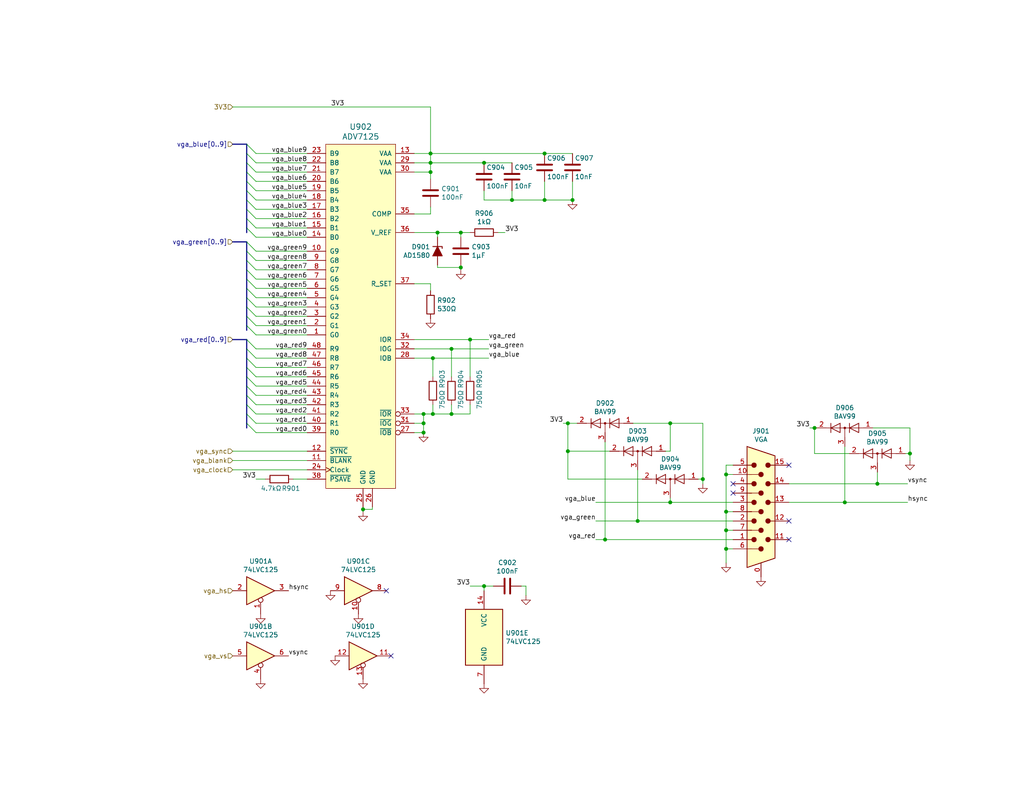
<source format=kicad_sch>
(kicad_sch (version 20211123) (generator eeschema)
  (paper "A")
  (title_block (title "VGA Interface") (date "2022-01-11") (rev "${Version}") (company "RetroComputing Reproductions"))
  (lib_symbols
    (symbol "74xx:74LVC125" (pin_names (offset 1.016))
      (property "Reference" "U" (at 0 1.27 0))
      (property "Value" "74xx_74LVC125" (at 0 -1.27 0))
      (symbol "74LVC125_1_0"
        (polyline (pts (xy -3.81 3.81) (xy -3.81 -3.81) (xy 3.81 0) (xy -3.81 3.81)) (stroke (width 0.254)) (fill (type background)))
        (pin input inverted (at 0 -6.35 90) (length 4.445) (name "~") (number "1"))
        (pin input line (at -7.62 0 0) (length 3.81) (name "~") (number "2"))
        (pin tri_state line (at 7.62 0 180) (length 3.81) (name "~") (number "3"))
      )
      (symbol "74LVC125_2_0"
        (polyline (pts (xy -3.81 3.81) (xy -3.81 -3.81) (xy 3.81 0) (xy -3.81 3.81)) (stroke (width 0.254)) (fill (type background)))
        (pin input inverted (at 0 -6.35 90) (length 4.445) (name "~") (number "4"))
        (pin input line (at -7.62 0 0) (length 3.81) (name "~") (number "5"))
        (pin tri_state line (at 7.62 0 180) (length 3.81) (name "~") (number "6"))
      )
      (symbol "74LVC125_3_0"
        (polyline (pts (xy -3.81 3.81) (xy -3.81 -3.81) (xy 3.81 0) (xy -3.81 3.81)) (stroke (width 0.254)) (fill (type background)))
        (pin input inverted (at 0 -6.35 90) (length 4.445) (name "~") (number "10"))
        (pin tri_state line (at 7.62 0 180) (length 3.81) (name "~") (number "8"))
        (pin input line (at -7.62 0 0) (length 3.81) (name "~") (number "9"))
      )
      (symbol "74LVC125_4_0"
        (polyline (pts (xy -3.81 3.81) (xy -3.81 -3.81) (xy 3.81 0) (xy -3.81 3.81)) (stroke (width 0.254)) (fill (type background)))
        (pin tri_state line (at 7.62 0 180) (length 3.81) (name "~") (number "11"))
        (pin input line (at -7.62 0 0) (length 3.81) (name "~") (number "12"))
        (pin input inverted (at 0 -6.35 90) (length 4.445) (name "~") (number "13"))
      )
      (symbol "74LVC125_5_0"
        (pin power_in line (at 0 12.7 270) (length 5.08) (name "VCC") (number "14"))
        (pin power_in line (at 0 -12.7 90) (length 5.08) (name "GND") (number "7"))
      )
      (symbol "74LVC125_5_1"
        (rectangle (start -5.08 7.62) (end 5.08 -7.62) (stroke (width 0.254)) (fill (type background)))
      )
    )
    (symbol "Connector:DB15_Male_HighDensity_MountingHoles" (pin_names (offset 1.016) hide)
      (property "Reference" "J" (at 0 21.59 0))
      (property "Value" "Connector_DB15_Male_HighDensity_MountingHoles" (at 0 19.05 0))
      (symbol "DB15_Male_HighDensity_MountingHoles_0_1"
        (circle (center -1.905 -7.62) (radius 0.635) (fill (type outline)))
        (circle (center -1.905 -2.54) (radius 0.635) (fill (type outline)))
        (circle (center -1.905 2.54) (radius 0.635) (fill (type outline)))
        (circle (center -1.905 7.62) (radius 0.635) (fill (type outline)))
        (circle (center -1.905 12.7) (radius 0.635) (fill (type outline)))
        (circle (center 0 -10.16) (radius 0.635) (fill (type outline)))
        (circle (center 0 -5.08) (radius 0.635) (fill (type outline)))
        (polyline (pts (xy -3.175 -5.08) (xy -0.635 -5.08)))
        (polyline (pts (xy -0.635 -10.16) (xy -3.175 -10.16)))
        (polyline (pts (xy -0.635 0) (xy -3.175 0)))
        (polyline (pts (xy -0.635 5.08) (xy -3.175 5.08)))
        (polyline (pts (xy -0.635 10.16) (xy -3.175 10.16)))
        (polyline (pts (xy -3.81 17.78) (xy -3.81 -15.24) (xy 3.81 -12.7) (xy 3.81 15.24) (xy -3.81 17.78)) (stroke (width 0.254)) (fill (type background)))
        (circle (center 0 0) (radius 0.635) (fill (type outline)))
        (circle (center 0 5.08) (radius 0.635) (fill (type outline)))
        (circle (center 0 10.16) (radius 0.635) (fill (type outline)))
        (circle (center 1.905 -7.62) (radius 0.635) (fill (type outline)))
        (circle (center 1.905 -2.54) (radius 0.635) (fill (type outline)))
        (circle (center 1.905 2.54) (radius 0.635) (fill (type outline)))
        (circle (center 1.905 7.62) (radius 0.635) (fill (type outline)))
        (circle (center 1.905 12.7) (radius 0.635) (fill (type outline)))
      )
      (symbol "DB15_Male_HighDensity_MountingHoles_1_1"
        (pin passive line (at 0 -17.78 90) (length 3.81) (name "~") (number "0"))
        (pin passive line (at -7.62 -7.62 0) (length 5.08) (name "~") (number "1"))
        (pin passive line (at -7.62 10.16 0) (length 5.08) (name "~") (number "10"))
        (pin passive line (at 7.62 -7.62 180) (length 5.08) (name "~") (number "11"))
        (pin passive line (at 7.62 -2.54 180) (length 5.08) (name "~") (number "12"))
        (pin passive line (at 7.62 2.54 180) (length 5.08) (name "~") (number "13"))
        (pin passive line (at 7.62 7.62 180) (length 5.08) (name "~") (number "14"))
        (pin passive line (at 7.62 12.7 180) (length 5.08) (name "~") (number "15"))
        (pin passive line (at -7.62 -2.54 0) (length 5.08) (name "~") (number "2"))
        (pin passive line (at -7.62 2.54 0) (length 5.08) (name "~") (number "3"))
        (pin passive line (at -7.62 7.62 0) (length 5.08) (name "~") (number "4"))
        (pin passive line (at -7.62 12.7 0) (length 5.08) (name "~") (number "5"))
        (pin passive line (at -7.62 -10.16 0) (length 5.08) (name "~") (number "6"))
        (pin passive line (at -7.62 -5.08 0) (length 5.08) (name "~") (number "7"))
        (pin passive line (at -7.62 0 0) (length 5.08) (name "~") (number "8"))
        (pin passive line (at -7.62 5.08 0) (length 5.08) (name "~") (number "9"))
      )
    )
    (symbol "Device:C" (pin_numbers hide) (pin_names (offset 0.254))
      (property "Reference" "C" (at 0.635 2.54 0))
      (property "Value" "Device_C" (at 0.635 -2.54 0))
      (symbol "C_0_1"
        (polyline (pts (xy -2.032 -0.762) (xy 2.032 -0.762)) (stroke (width 0.508)))
        (polyline (pts (xy -2.032 0.762) (xy 2.032 0.762)) (stroke (width 0.508)))
      )
      (symbol "C_1_1"
        (pin passive line (at 0 3.81 270) (length 2.794) (name "~") (number "1"))
        (pin passive line (at 0 -3.81 90) (length 2.794) (name "~") (number "2"))
      )
    )
    (symbol "Device:D_Zener_ALT" (pin_numbers hide) (pin_names (offset 1.016) hide)
      (property "Reference" "D" (at 0 2.54 0))
      (property "Value" "Device_D_Zener_ALT" (at 0 -2.54 0))
      (symbol "D_Zener_ALT_0_1"
        (polyline (pts (xy 1.27 0) (xy -1.27 0)))
        (polyline (pts (xy -1.27 -1.27) (xy -1.27 1.27) (xy -0.762 1.27)) (stroke (width 0.254)))
        (polyline (pts (xy 1.27 -1.27) (xy 1.27 1.27) (xy -1.27 0) (xy 1.27 -1.27)) (stroke (width 0.254)) (fill (type outline)))
      )
      (symbol "D_Zener_ALT_1_1"
        (pin passive line (at -3.81 0 0) (length 2.54) (name "K") (number "1"))
        (pin passive line (at 3.81 0 180) (length 2.54) (name "A") (number "2"))
      )
    )
    (symbol "Device:R" (pin_numbers hide) (pin_names (offset 0))
      (property "Reference" "R" (at 2.032 0 90))
      (property "Value" "Device_R" (at 0 0 90))
      (symbol "R_0_1"
        (rectangle (start -1.016 -2.54) (end 1.016 2.54) (stroke (width 0.254)))
      )
      (symbol "R_1_1"
        (pin passive line (at 0 3.81 270) (length 1.27) (name "~") (number "1"))
        (pin passive line (at 0 -3.81 90) (length 1.27) (name "~") (number "2"))
      )
    )
    (symbol "Diode:BAV99" (pin_names hide)
      (property "Reference" "D" (at 0 5.08 0))
      (property "Value" "Diode_BAV99" (at 0 2.54 0))
      (symbol "BAV99_0_1"
        (polyline (pts (xy -5.08 0) (xy 5.08 0)))
      )
      (symbol "BAV99_1_1"
        (polyline (pts (xy 0 0) (xy 0 -2.54)))
        (polyline (pts (xy -1.27 -1.27) (xy -1.27 1.27) (xy -1.27 1.27)) (stroke (width 0.2032)))
        (polyline (pts (xy 3.81 1.27) (xy 3.81 -1.27) (xy 3.81 -1.27)) (stroke (width 0.2032)))
        (polyline (pts (xy -3.81 1.27) (xy -1.27 0) (xy -3.81 -1.27) (xy -3.81 1.27) (xy -3.81 1.27) (xy -3.81 1.27)) (stroke (width 0.2032)))
        (polyline (pts (xy 1.27 1.27) (xy 3.81 0) (xy 1.27 -1.27) (xy 1.27 1.27) (xy 1.27 1.27) (xy 1.27 1.27)) (stroke (width 0.2032)))
        (circle (center 0 0) (radius 0.254) (fill (type outline)))
        (pin passive line (at -7.62 0 0) (length 2.54) (name "K") (number "1"))
        (pin passive line (at 7.62 0 180) (length 2.54) (name "A") (number "2"))
        (pin passive line (at 0 -5.08 90) (length 2.54) (name "K") (number "3"))
      )
    )
    (symbol "myLib:ADV7125" (pin_names (offset 1.016))
      (property "Reference" "U" (at 2.54 57.15 0))
      (property "Value" "myLib_ADV7125" (at 2.54 -40.64 0))
      (symbol "ADV7125_0_1"
        (rectangle (start 0 55.88) (end 19.05 -38.1) (fill (type background)))
      )
      (symbol "ADV7125_1_1"
        (pin input line (at -5.08 3.81 0) (length 5.08) (name "G0") (number "1"))
        (pin input line (at -5.08 26.67 0) (length 5.08) (name "G9") (number "10"))
        (pin input line (at -5.08 -30.48 0) (length 5.08) (name "~{BLANK}") (number "11"))
        (pin input line (at -5.08 -27.94 0) (length 5.08) (name "~{SYNC}") (number "12"))
        (pin power_in line (at 24.13 53.34 180) (length 5.08) (name "VAA") (number "13"))
        (pin input line (at -5.08 30.48 0) (length 5.08) (name "B0") (number "14"))
        (pin input line (at -5.08 33.02 0) (length 5.08) (name "B1") (number "15"))
        (pin input line (at -5.08 35.56 0) (length 5.08) (name "B2") (number "16"))
        (pin input line (at -5.08 38.1 0) (length 5.08) (name "B3") (number "17"))
        (pin input line (at -5.08 40.64 0) (length 5.08) (name "B4") (number "18"))
        (pin input line (at -5.08 43.18 0) (length 5.08) (name "B5") (number "19"))
        (pin input line (at -5.08 6.35 0) (length 5.08) (name "G1") (number "2"))
        (pin input line (at -5.08 45.72 0) (length 5.08) (name "B6") (number "20"))
        (pin input line (at -5.08 48.26 0) (length 5.08) (name "B7") (number "21"))
        (pin input line (at -5.08 50.8 0) (length 5.08) (name "B8") (number "22"))
        (pin input line (at -5.08 53.34 0) (length 5.08) (name "B9") (number "23"))
        (pin input clock (at -5.08 -33.02 0) (length 5.08) (name "Clock") (number "24"))
        (pin power_in line (at 10.16 -43.18 90) (length 5.08) (name "GND") (number "25"))
        (pin power_in line (at 12.7 -43.18 90) (length 5.08) (name "GND") (number "26"))
        (pin output inverted (at 24.13 -22.86 180) (length 5.08) (name "~{IOB}") (number "27"))
        (pin output line (at 24.13 -2.54 180) (length 5.08) (name "IOB") (number "28"))
        (pin power_in line (at 24.13 50.8 180) (length 5.08) (name "VAA") (number "29"))
        (pin input line (at -5.08 8.89 0) (length 5.08) (name "G2") (number "3"))
        (pin power_in line (at 24.13 48.26 180) (length 5.08) (name "VAA") (number "30"))
        (pin output inverted (at 24.13 -20.32 180) (length 5.08) (name "~{IOG}") (number "31"))
        (pin output line (at 24.13 0 180) (length 5.08) (name "IOG") (number "32"))
        (pin output inverted (at 24.13 -17.78 180) (length 5.08) (name "~{IOR}") (number "33"))
        (pin output line (at 24.13 2.54 180) (length 5.08) (name "IOR") (number "34"))
        (pin passive line (at 24.13 36.83 180) (length 5.08) (name "COMP") (number "35"))
        (pin passive line (at 24.13 31.75 180) (length 5.08) (name "V_REF") (number "36"))
        (pin passive line (at 24.13 17.78 180) (length 5.08) (name "R_SET") (number "37"))
        (pin input line (at -5.08 -35.56 0) (length 5.08) (name "~{PSAVE}") (number "38"))
        (pin input line (at -5.08 -22.86 0) (length 5.08) (name "R0") (number "39"))
        (pin input line (at -5.08 11.43 0) (length 5.08) (name "G3") (number "4"))
        (pin input line (at -5.08 -20.32 0) (length 5.08) (name "R1") (number "40"))
        (pin input line (at -5.08 -17.78 0) (length 5.08) (name "R2") (number "41"))
        (pin input line (at -5.08 -15.24 0) (length 5.08) (name "R3") (number "42"))
        (pin input line (at -5.08 -12.7 0) (length 5.08) (name "R4") (number "43"))
        (pin input line (at -5.08 -10.16 0) (length 5.08) (name "R5") (number "44"))
        (pin input line (at -5.08 -7.62 0) (length 5.08) (name "R6") (number "45"))
        (pin input line (at -5.08 -5.08 0) (length 5.08) (name "R7") (number "46"))
        (pin input line (at -5.08 -2.54 0) (length 5.08) (name "R8") (number "47"))
        (pin input line (at -5.08 0 0) (length 5.08) (name "R9") (number "48"))
        (pin input line (at -5.08 13.97 0) (length 5.08) (name "G4") (number "5"))
        (pin input line (at -5.08 16.51 0) (length 5.08) (name "G5") (number "6"))
        (pin input line (at -5.08 19.05 0) (length 5.08) (name "G6") (number "7"))
        (pin input line (at -5.08 21.59 0) (length 5.08) (name "G7") (number "8"))
        (pin input line (at -5.08 24.13 0) (length 5.08) (name "G8") (number "9"))
      )
    )
    (symbol "power:GND" (power) (pin_names (offset 0))
      (property "Value" "power_GND" (at 0 -3.81 0))
      (symbol "GND_0_1"
        (polyline (pts (xy 0 0) (xy 0 -1.27) (xy 1.27 -1.27) (xy 0 -2.54) (xy -1.27 -1.27) (xy 0 -1.27)))
      )
      (symbol "GND_1_1"
        (pin power_in line (at 0 0 270) (length 0) hide (name "GND") (number "1"))
      )
    )
  )
  (junction (at 117.475 41.91))
  (junction (at 198.12 129.54))
  (junction (at 230.505 137.16))
  (junction (at 198.12 139.7))
  (junction (at 165.1 147.32))
  (junction (at 182.88 137.16))
  (junction (at 115.57 113.03))
  (junction (at 125.73 73.025))
  (junction (at 99.06 139.065))
  (junction (at 118.11 113.03))
  (junction (at 182.88 115.57))
  (junction (at 198.12 149.86))
  (junction (at 239.395 132.08))
  (junction (at 115.57 118.11))
  (junction (at 132.08 44.45))
  (junction (at 128.27 92.71))
  (junction (at 148.59 54.61))
  (junction (at 117.475 46.99))
  (junction (at 139.7 54.61))
  (junction (at 154.94 123.19))
  (junction (at 115.57 115.57))
  (junction (at 222.25 116.84))
  (junction (at 132.08 160.02))
  (junction (at 125.73 63.5))
  (junction (at 248.285 123.825))
  (junction (at 173.99 142.24))
  (junction (at 117.475 44.45))
  (junction (at 118.11 97.79))
  (junction (at 123.19 113.03))
  (junction (at 191.77 130.81))
  (junction (at 198.12 144.78))
  (junction (at 148.59 41.91))
  (junction (at 119.38 63.5))
  (junction (at 156.21 54.61))
  (junction (at 154.94 115.57))
  (junction (at 123.19 95.25))
  (no_connect (at 200.025 134.62))
  (no_connect (at 215.265 142.24))
  (no_connect (at 215.265 127))
  (no_connect (at 215.265 147.32))
  (no_connect (at 106.68 179.07))
  (no_connect (at 105.41 161.29))
  (no_connect (at 200.025 132.08))
  (bus_entry (at 67.31 78.74) (size 2.54 2.54))
  (bus_entry (at 67.31 54.61) (size 2.54 2.54))
  (bus_entry (at 67.31 113.03) (size 2.54 2.54))
  (bus_entry (at 67.31 71.12) (size 2.54 2.54))
  (bus_entry (at 67.31 86.36) (size 2.54 2.54))
  (bus_entry (at 67.31 41.91) (size 2.54 2.54))
  (bus_entry (at 67.31 66.04) (size 2.54 2.54))
  (bus_entry (at 67.31 83.82) (size 2.54 2.54))
  (bus_entry (at 67.31 68.58) (size 2.54 2.54))
  (bus_entry (at 67.31 62.23) (size 2.54 2.54))
  (bus_entry (at 67.31 46.99) (size 2.54 2.54))
  (bus_entry (at 67.31 115.57) (size 2.54 2.54))
  (bus_entry (at 67.31 81.28) (size 2.54 2.54))
  (bus_entry (at 67.31 76.2) (size 2.54 2.54))
  (bus_entry (at 67.31 52.07) (size 2.54 2.54))
  (bus_entry (at 67.31 100.33) (size 2.54 2.54))
  (bus_entry (at 67.31 49.53) (size 2.54 2.54))
  (bus_entry (at 67.31 59.69) (size 2.54 2.54))
  (bus_entry (at 67.31 110.49) (size 2.54 2.54))
  (bus_entry (at 67.31 88.9) (size 2.54 2.54))
  (bus_entry (at 67.31 92.71) (size 2.54 2.54))
  (bus_entry (at 67.31 105.41) (size 2.54 2.54))
  (bus_entry (at 67.31 57.15) (size 2.54 2.54))
  (bus_entry (at 67.31 44.45) (size 2.54 2.54))
  (bus_entry (at 67.31 107.95) (size 2.54 2.54))
  (bus_entry (at 67.31 97.79) (size 2.54 2.54))
  (bus_entry (at 67.31 73.66) (size 2.54 2.54))
  (bus_entry (at 67.31 39.37) (size 2.54 2.54))
  (bus_entry (at 67.31 102.87) (size 2.54 2.54))
  (bus_entry (at 67.31 95.25) (size 2.54 2.54))
  (wire (pts (xy 239.395 132.08) (xy 247.65 132.08)))
  (wire (pts (xy 69.85 73.66) (xy 83.82 73.66)))
  (bus (pts (xy 67.31 68.58) (xy 67.31 71.12)))
  (wire (pts (xy 113.03 95.25) (xy 123.19 95.25)))
  (wire (pts (xy 83.82 107.95) (xy 69.85 107.95)))
  (wire (pts (xy 230.505 137.16) (xy 247.65 137.16)))
  (bus (pts (xy 67.31 83.82) (xy 67.31 86.36)))
  (bus (pts (xy 67.31 102.87) (xy 67.31 105.41)))
  (wire (pts (xy 119.38 63.5) (xy 125.73 63.5)))
  (wire (pts (xy 119.38 64.77) (xy 119.38 63.5)))
  (wire (pts (xy 222.885 116.84) (xy 222.25 116.84)))
  (wire (pts (xy 113.03 77.47) (xy 117.475 77.47)))
  (wire (pts (xy 83.82 49.53) (xy 69.85 49.53)))
  (wire (pts (xy 125.73 63.5) (xy 128.27 63.5)))
  (wire (pts (xy 117.475 58.42) (xy 117.475 56.515)))
  (wire (pts (xy 118.11 102.87) (xy 118.11 97.79)))
  (wire (pts (xy 132.08 44.45) (xy 139.7 44.45)))
  (bus (pts (xy 67.31 59.69) (xy 67.31 62.23)))
  (wire (pts (xy 113.03 46.99) (xy 117.475 46.99)))
  (wire (pts (xy 132.08 52.07) (xy 132.08 54.61)))
  (bus (pts (xy 67.31 115.57) (xy 67.31 116.84)))
  (wire (pts (xy 63.5 123.19) (xy 83.82 123.19)))
  (wire (pts (xy 101.6 139.065) (xy 101.6 138.43)))
  (wire (pts (xy 83.82 113.03) (xy 69.85 113.03)))
  (bus (pts (xy 67.31 57.15) (xy 67.31 59.69)))
  (wire (pts (xy 222.25 123.825) (xy 222.25 116.84)))
  (bus (pts (xy 67.31 54.61) (xy 67.31 57.15)))
  (wire (pts (xy 99.06 139.065) (xy 99.06 139.7)))
  (bus (pts (xy 67.31 81.28) (xy 67.31 83.82)))
  (wire (pts (xy 191.77 115.57) (xy 191.77 130.81)))
  (wire (pts (xy 113.03 41.91) (xy 117.475 41.91)))
  (wire (pts (xy 83.82 59.69) (xy 69.85 59.69)))
  (bus (pts (xy 67.31 95.25) (xy 67.31 97.79)))
  (wire (pts (xy 113.03 63.5) (xy 119.38 63.5)))
  (wire (pts (xy 200.025 144.78) (xy 198.12 144.78)))
  (wire (pts (xy 69.85 52.07) (xy 83.82 52.07)))
  (bus (pts (xy 67.31 39.37) (xy 63.5 39.37)))
  (wire (pts (xy 69.85 62.23) (xy 83.82 62.23)))
  (wire (pts (xy 69.85 105.41) (xy 83.82 105.41)))
  (wire (pts (xy 83.82 76.2) (xy 69.85 76.2)))
  (wire (pts (xy 200.025 139.7) (xy 198.12 139.7)))
  (wire (pts (xy 117.475 41.91) (xy 148.59 41.91)))
  (wire (pts (xy 69.85 88.9) (xy 83.82 88.9)))
  (wire (pts (xy 83.82 97.79) (xy 69.85 97.79)))
  (wire (pts (xy 165.1 120.65) (xy 165.1 147.32)))
  (wire (pts (xy 190.5 130.81) (xy 191.77 130.81)))
  (wire (pts (xy 69.85 78.74) (xy 83.82 78.74)))
  (wire (pts (xy 248.285 116.84) (xy 248.285 123.825)))
  (wire (pts (xy 101.6 139.065) (xy 99.06 139.065)))
  (wire (pts (xy 115.57 118.11) (xy 115.57 115.57)))
  (wire (pts (xy 119.38 73.025) (xy 125.73 73.025)))
  (bus (pts (xy 67.31 73.66) (xy 67.31 76.2)))
  (bus (pts (xy 67.31 100.33) (xy 67.31 102.87)))
  (bus (pts (xy 67.31 110.49) (xy 67.31 113.03)))
  (wire (pts (xy 125.73 64.77) (xy 125.73 63.5)))
  (wire (pts (xy 83.82 102.87) (xy 69.85 102.87)))
  (wire (pts (xy 175.26 130.81) (xy 154.94 130.81)))
  (wire (pts (xy 132.08 160.02) (xy 134.62 160.02)))
  (wire (pts (xy 72.39 130.81) (xy 69.85 130.81)))
  (wire (pts (xy 83.82 125.73) (xy 63.5 125.73)))
  (wire (pts (xy 123.19 102.87) (xy 123.19 95.25)))
  (bus (pts (xy 67.31 86.36) (xy 67.31 88.9)))
  (wire (pts (xy 165.1 147.32) (xy 200.025 147.32)))
  (wire (pts (xy 69.85 115.57) (xy 83.82 115.57)))
  (wire (pts (xy 115.57 115.57) (xy 115.57 113.03)))
  (wire (pts (xy 123.19 113.03) (xy 128.27 113.03)))
  (wire (pts (xy 69.85 68.58) (xy 83.82 68.58)))
  (wire (pts (xy 198.12 129.54) (xy 198.12 127)))
  (bus (pts (xy 67.31 105.41) (xy 67.31 107.95)))
  (bus (pts (xy 63.5 92.71) (xy 67.31 92.71)))
  (wire (pts (xy 83.82 54.61) (xy 69.85 54.61)))
  (wire (pts (xy 63.5 29.21) (xy 117.475 29.21)))
  (wire (pts (xy 247.015 123.825) (xy 248.285 123.825)))
  (wire (pts (xy 182.88 115.57) (xy 182.88 123.19)))
  (wire (pts (xy 148.59 41.91) (xy 156.21 41.91)))
  (wire (pts (xy 157.48 115.57) (xy 154.94 115.57)))
  (wire (pts (xy 198.12 139.7) (xy 198.12 129.54)))
  (wire (pts (xy 83.82 86.36) (xy 69.85 86.36)))
  (wire (pts (xy 198.12 153.67) (xy 198.12 149.86)))
  (wire (pts (xy 117.475 44.45) (xy 117.475 41.91)))
  (wire (pts (xy 125.73 73.025) (xy 125.73 73.66)))
  (wire (pts (xy 69.85 100.33) (xy 83.82 100.33)))
  (wire (pts (xy 99.06 138.43) (xy 99.06 139.065)))
  (wire (pts (xy 83.82 118.11) (xy 69.85 118.11)))
  (wire (pts (xy 69.85 110.49) (xy 83.82 110.49)))
  (bus (pts (xy 67.31 71.12) (xy 67.31 73.66)))
  (wire (pts (xy 117.475 44.45) (xy 132.08 44.45)))
  (wire (pts (xy 132.08 160.02) (xy 132.08 161.29)))
  (bus (pts (xy 67.31 88.9) (xy 67.31 90.17)))
  (wire (pts (xy 118.11 97.79) (xy 133.35 97.79)))
  (wire (pts (xy 142.24 160.02) (xy 143.51 160.02)))
  (wire (pts (xy 137.795 63.5) (xy 135.89 63.5)))
  (wire (pts (xy 162.56 137.16) (xy 182.88 137.16)))
  (wire (pts (xy 154.94 130.81) (xy 154.94 123.19)))
  (wire (pts (xy 238.125 116.84) (xy 248.285 116.84)))
  (wire (pts (xy 154.94 115.57) (xy 153.67 115.57)))
  (wire (pts (xy 173.99 128.27) (xy 173.99 142.24)))
  (wire (pts (xy 113.03 92.71) (xy 128.27 92.71)))
  (wire (pts (xy 69.85 57.15) (xy 83.82 57.15)))
  (wire (pts (xy 248.285 123.825) (xy 248.285 125.73)))
  (wire (pts (xy 132.08 54.61) (xy 139.7 54.61)))
  (wire (pts (xy 69.85 83.82) (xy 83.82 83.82)))
  (wire (pts (xy 117.475 44.45) (xy 117.475 46.99)))
  (wire (pts (xy 239.395 128.905) (xy 239.395 132.08)))
  (wire (pts (xy 119.38 72.39) (xy 119.38 73.025)))
  (wire (pts (xy 148.59 49.53) (xy 148.59 54.61)))
  (bus (pts (xy 67.31 62.23) (xy 67.31 63.5)))
  (wire (pts (xy 113.03 115.57) (xy 115.57 115.57)))
  (bus (pts (xy 67.31 66.04) (xy 67.31 68.58)))
  (wire (pts (xy 83.82 64.77) (xy 69.85 64.77)))
  (bus (pts (xy 67.31 92.71) (xy 67.31 95.25)))
  (wire (pts (xy 118.11 113.03) (xy 123.19 113.03)))
  (wire (pts (xy 128.27 160.02) (xy 132.08 160.02)))
  (bus (pts (xy 67.31 52.07) (xy 67.31 54.61)))
  (bus (pts (xy 67.31 39.37) (xy 67.31 41.91)))
  (wire (pts (xy 182.88 115.57) (xy 191.77 115.57)))
  (wire (pts (xy 63.5 128.27) (xy 83.82 128.27)))
  (bus (pts (xy 67.31 97.79) (xy 67.31 100.33)))
  (wire (pts (xy 231.775 123.825) (xy 222.25 123.825)))
  (bus (pts (xy 67.31 46.99) (xy 67.31 49.53)))
  (wire (pts (xy 113.03 44.45) (xy 117.475 44.45)))
  (bus (pts (xy 67.31 41.91) (xy 67.31 44.45)))
  (wire (pts (xy 191.77 130.81) (xy 191.77 132.08)))
  (wire (pts (xy 230.505 121.92) (xy 230.505 137.16)))
  (wire (pts (xy 117.475 29.21) (xy 117.475 41.91)))
  (wire (pts (xy 83.82 91.44) (xy 69.85 91.44)))
  (wire (pts (xy 200.025 149.86) (xy 198.12 149.86)))
  (bus (pts (xy 67.31 44.45) (xy 67.31 46.99)))
  (bus (pts (xy 67.31 49.53) (xy 67.31 52.07)))
  (wire (pts (xy 162.56 147.32) (xy 165.1 147.32)))
  (wire (pts (xy 80.01 130.81) (xy 83.82 130.81)))
  (wire (pts (xy 198.12 149.86) (xy 198.12 144.78)))
  (wire (pts (xy 154.94 115.57) (xy 154.94 123.19)))
  (wire (pts (xy 115.57 113.03) (xy 118.11 113.03)))
  (wire (pts (xy 113.03 113.03) (xy 115.57 113.03)))
  (wire (pts (xy 200.025 142.24) (xy 173.99 142.24)))
  (wire (pts (xy 128.27 113.03) (xy 128.27 110.49)))
  (wire (pts (xy 117.475 46.99) (xy 117.475 48.895)))
  (wire (pts (xy 182.88 135.89) (xy 182.88 137.16)))
  (bus (pts (xy 67.31 76.2) (xy 67.31 78.74)))
  (wire (pts (xy 139.7 54.61) (xy 148.59 54.61)))
  (wire (pts (xy 172.72 115.57) (xy 182.88 115.57)))
  (wire (pts (xy 83.82 71.12) (xy 69.85 71.12)))
  (wire (pts (xy 83.82 44.45) (xy 69.85 44.45)))
  (wire (pts (xy 156.21 54.61) (xy 156.21 49.53)))
  (wire (pts (xy 181.61 123.19) (xy 182.88 123.19)))
  (wire (pts (xy 215.265 132.08) (xy 239.395 132.08)))
  (wire (pts (xy 113.03 118.11) (xy 115.57 118.11)))
  (wire (pts (xy 222.25 116.84) (xy 220.98 116.84)))
  (wire (pts (xy 69.85 95.25) (xy 83.82 95.25)))
  (bus (pts (xy 67.31 107.95) (xy 67.31 110.49)))
  (wire (pts (xy 198.12 127) (xy 200.025 127)))
  (wire (pts (xy 117.475 77.47) (xy 117.475 79.375)))
  (wire (pts (xy 182.88 137.16) (xy 200.025 137.16)))
  (wire (pts (xy 148.59 54.61) (xy 156.21 54.61)))
  (wire (pts (xy 113.03 58.42) (xy 117.475 58.42)))
  (wire (pts (xy 143.51 160.02) (xy 143.51 162.56)))
  (bus (pts (xy 67.31 113.03) (xy 67.31 115.57)))
  (bus (pts (xy 67.31 78.74) (xy 67.31 81.28)))
  (wire (pts (xy 69.85 46.99) (xy 83.82 46.99)))
  (wire (pts (xy 128.27 102.87) (xy 128.27 92.71)))
  (wire (pts (xy 230.505 137.16) (xy 215.265 137.16)))
  (wire (pts (xy 198.12 144.78) (xy 198.12 139.7)))
  (wire (pts (xy 125.73 72.39) (xy 125.73 73.025)))
  (wire (pts (xy 123.19 110.49) (xy 123.19 113.03)))
  (wire (pts (xy 83.82 81.28) (xy 69.85 81.28)))
  (wire (pts (xy 113.03 97.79) (xy 118.11 97.79)))
  (wire (pts (xy 123.19 95.25) (xy 133.35 95.25)))
  (wire (pts (xy 128.27 92.71) (xy 133.35 92.71)))
  (wire (pts (xy 118.11 110.49) (xy 118.11 113.03)))
  (wire (pts (xy 166.37 123.19) (xy 154.94 123.19)))
  (wire (pts (xy 173.99 142.24) (xy 162.56 142.24)))
  (wire (pts (xy 139.7 52.07) (xy 139.7 54.61)))
  (wire (pts (xy 69.85 41.91) (xy 83.82 41.91)))
  (wire (pts (xy 200.025 129.54) (xy 198.12 129.54)))
  (bus (pts (xy 63.5 66.04) (xy 67.31 66.04)))
  (label "vga_blue7" (at 83.82 46.99 180))
  (label "3V3" (at 128.27 160.02 180))
  (label "vga_blue2" (at 83.82 59.69 180))
  (label "vga_blue1" (at 83.82 62.23 180))
  (label "vga_red1" (at 83.82 115.57 180))
  (label "vga_green6" (at 83.82 76.2 180))
  (label "vga_green8" (at 83.82 71.12 180))
  (label "vga_blue8" (at 83.82 44.45 180))
  (label "vga_green1" (at 83.82 88.9 180))
  (label "3V3" (at 93.98 29.21 180))
  (label "3V3" (at 137.795 63.5 0))
  (label "vga_green5" (at 83.82 78.74 180))
  (label "3V3" (at 153.67 115.57 180))
  (label "3V3" (at 69.85 130.81 180))
  (label "vga_blue0" (at 83.82 64.77 180))
  (label "vga_green4" (at 83.82 81.28 180))
  (label "vga_blue" (at 162.56 137.16 180))
  (label "vga_red" (at 162.56 147.32 180))
  (label "hsync" (at 78.74 161.29 0))
  (label "vga_green0" (at 83.82 91.44 180))
  (label "vga_red4" (at 83.82 107.95 180))
  (label "vga_blue5" (at 83.82 52.07 180))
  (label "hsync" (at 247.65 137.16 0))
  (label "vga_blue3" (at 83.82 57.15 180))
  (label "vga_red7" (at 83.82 100.33 180))
  (label "vga_red3" (at 83.82 110.49 180))
  (label "vga_green7" (at 83.82 73.66 180))
  (label "vga_blue9" (at 83.82 41.91 180))
  (label "vga_blue" (at 133.35 97.79 0))
  (label "vga_red5" (at 83.82 105.41 180))
  (label "vga_green2" (at 83.82 86.36 180))
  (label "vga_blue6" (at 83.82 49.53 180))
  (label "vga_red6" (at 83.82 102.87 180))
  (label "vga_red9" (at 83.82 95.25 180))
  (label "vga_green3" (at 83.82 83.82 180))
  (label "vga_green9" (at 83.82 68.58 180))
  (label "vga_red2" (at 83.82 113.03 180))
  (label "vsync" (at 247.65 132.08 0))
  (label "vga_green" (at 162.56 142.24 180))
  (label "vsync" (at 78.74 179.07 0))
  (label "vga_red8" (at 83.82 97.79 180))
  (label "vga_red0" (at 83.82 118.11 180))
  (label "vga_red" (at 133.35 92.71 0))
  (label "vga_green" (at 133.35 95.25 0))
  (label "vga_blue4" (at 83.82 54.61 180))
  (label "3V3" (at 220.98 116.84 180))
  (hierarchical_label "vga_green[0..9]" (shape input) (at 63.5 66.04 180))
  (hierarchical_label "vga_blank" (shape input) (at 63.5 125.73 180))
  (hierarchical_label "3V3" (shape input) (at 63.5 29.21 180))
  (hierarchical_label "vga_blue[0..9]" (shape input) (at 63.5 39.37 180))
  (hierarchical_label "vga_sync" (shape input) (at 63.5 123.19 180))
  (hierarchical_label "vga_red[0..9]" (shape input) (at 63.5 92.71 180))
  (hierarchical_label "vga_clock" (shape input) (at 63.5 128.27 180))
  (hierarchical_label "vga_vs" (shape input) (at 63.5 179.07 180))
  (hierarchical_label "vga_hs" (shape input) (at 63.5 161.29 180))
  (symbol (lib_id "Connector:DB15_Male_HighDensity_MountingHoles") (at 207.645 139.7 0) (unit 1)
    (property "Reference" "J901" (at 207.645 117.6782 0))
    (property "Value" "VGA" (at 207.645 119.9896 0))
    (property "Footprint" "Connector_Dsub:DSUB-15-HD_Female_Horizontal_P2.29x1.98mm_EdgePinOffset8.35mm_Housed_MountingHolesOffset10.89mm" (effects hide))
    (property "Datasheet" " ~" (effects hide))
  )
  (symbol (lib_id "power:GND") (at 207.645 157.48 0) (unit 1)
    (property "Reference" "#PWR0156" (effects hide))
    (property "Value" "GND" (effects hide))
  )
  (symbol (lib_id "power:GND") (at 198.12 153.67 0) (unit 1)
    (property "Reference" "#PWR0157" (effects hide))
    (property "Value" "GND" (effects hide))
  )
  (symbol (lib_id "Device:C") (at 117.475 52.705 0) (unit 1)
    (property "Reference" "C901" (at 120.396 51.5366 0) (effects (justify left)))
    (property "Value" "100nF" (at 120.396 53.848 0) (effects (justify left)))
    (property "Footprint" "Capacitor_SMD:C_0603_1608Metric" (effects hide))
  )
  (symbol (lib_id "Device:D_Zener_ALT") (at 119.38 68.58 270) (unit 1)
    (property "Reference" "D901" (at 117.3988 67.4116 90) (effects (justify right)))
    (property "Value" "AD1580" (at 117.3988 69.723 90) (effects (justify right)))
    (property "Footprint" "Package_TO_SOT_SMD:SOT-23" (effects hide))
    (property "manf#" "AD1580" (effects hide))
  )
  (symbol (lib_id "Device:C") (at 125.73 68.58 0) (unit 1)
    (property "Reference" "C903" (at 128.651 67.4116 0) (effects (justify left)))
    (property "Value" "1µF" (at 128.651 69.723 0) (effects (justify left)))
    (property "Footprint" "Capacitor_SMD:C_0603_1608Metric" (effects hide))
  )
  (symbol (lib_id "Device:R") (at 132.08 63.5 270) (unit 1)
    (property "Reference" "R906" (at 132.08 58.2422 90))
    (property "Value" "1kΩ" (at 132.08 60.5536 90))
    (property "Footprint" "Resistor_SMD:R_0603_1608Metric" (effects hide))
  )
  (symbol (lib_id "Device:R") (at 117.475 83.185 180) (unit 1)
    (property "Reference" "R902" (at 119.253 82.0166 0) (effects (justify right)))
    (property "Value" "530Ω" (at 119.253 84.328 0) (effects (justify right)))
    (property "Footprint" "Resistor_SMD:R_0603_1608Metric" (effects hide))
  )
  (symbol (lib_id "Device:R") (at 118.11 106.68 180) (unit 1)
    (property "Reference" "R903" (at 120.65 106.045 90) (effects (justify right)))
    (property "Value" "750Ω" (at 120.65 111.76 90) (effects (justify right)))
    (property "Footprint" "Resistor_SMD:R_0603_1608Metric" (effects hide))
  )
  (symbol (lib_id "power:GND") (at 117.475 86.995 0) (unit 1)
    (property "Reference" "#PWR0158" (effects hide))
    (property "Value" "GND" (effects hide))
  )
  (symbol (lib_id "power:GND") (at 125.73 73.66 0) (unit 1)
    (property "Reference" "#PWR0159" (effects hide))
    (property "Value" "GND" (effects hide))
  )
  (symbol (lib_id "Device:R") (at 123.19 106.68 180) (unit 1)
    (property "Reference" "R904" (at 125.73 106.045 90) (effects (justify right)))
    (property "Value" "750Ω" (at 125.73 111.76 90) (effects (justify right)))
    (property "Footprint" "Resistor_SMD:R_0603_1608Metric" (effects hide))
  )
  (symbol (lib_id "Device:R") (at 128.27 106.68 180) (unit 1)
    (property "Reference" "R905" (at 130.81 106.045 90) (effects (justify right)))
    (property "Value" "750Ω" (at 130.81 111.76 90) (effects (justify right)))
    (property "Footprint" "Resistor_SMD:R_0603_1608Metric" (effects hide))
  )
  (symbol (lib_id "power:GND") (at 115.57 118.11 0) (unit 1)
    (property "Reference" "#PWR0160" (effects hide))
    (property "Value" "GND" (effects hide))
  )
  (symbol (lib_id "power:GND") (at 99.06 139.7 0) (unit 1)
    (property "Reference" "#PWR0161" (effects hide))
    (property "Value" "GND" (effects hide))
  )
  (symbol (lib_id "Device:R") (at 76.2 130.81 90) (unit 1)
    (property "Reference" "R901" (at 76.835 133.35 90) (effects (justify right)))
    (property "Value" "4.7kΩ" (at 71.12 133.35 90) (effects (justify right)))
    (property "Footprint" "Resistor_SMD:R_0603_1608Metric" (effects hide))
  )
  (symbol (lib_id "power:GND") (at 156.21 54.61 0) (unit 1)
    (property "Reference" "#PWR0162" (effects hide))
    (property "Value" "GND" (effects hide))
  )
  (symbol (lib_id "Device:C") (at 132.08 48.26 0) (unit 1)
    (property "Reference" "C904" (at 132.715 45.72 0) (effects (justify left)))
    (property "Value" "100nF" (at 132.715 50.8 0) (effects (justify left)))
    (property "Footprint" "Capacitor_SMD:C_0603_1608Metric" (effects hide))
  )
  (symbol (lib_id "Device:C") (at 139.7 48.26 0) (unit 1)
    (property "Reference" "C905" (at 140.335 45.72 0) (effects (justify left)))
    (property "Value" "10nF" (at 140.335 50.8 0) (effects (justify left)))
    (property "Footprint" "Capacitor_SMD:C_0603_1608Metric" (effects hide))
  )
  (symbol (lib_id "Device:C") (at 148.59 45.72 0) (unit 1)
    (property "Reference" "C906" (at 149.225 43.18 0) (effects (justify left)))
    (property "Value" "100nF" (at 149.225 48.26 0) (effects (justify left)))
    (property "Footprint" "Capacitor_SMD:C_0603_1608Metric" (effects hide))
  )
  (symbol (lib_id "Device:C") (at 156.21 45.72 0) (unit 1)
    (property "Reference" "C907" (at 156.845 43.18 0) (effects (justify left)))
    (property "Value" "10nF" (at 156.845 48.26 0) (effects (justify left)))
    (property "Footprint" "Capacitor_SMD:C_0603_1608Metric" (effects hide))
  )
  (symbol (lib_id "74xx:74LVC125") (at 71.12 161.29 0) (unit 1)
    (property "Reference" "U901" (at 71.12 153.2382 0))
    (property "Value" "74LVC125" (at 71.12 155.5496 0))
    (property "Footprint" "Package_SO:TSSOP-14_4.4x5mm_P0.65mm" (effects hide))
    (property "Datasheet" "http://www.ti.com/lit/gpn/sn74LVC125" (effects hide))
    (property "manf#" "74LVC125" (effects hide))
  )
  (symbol (lib_id "74xx:74LVC125") (at 71.12 179.07 0) (unit 2)
    (property "Reference" "U901" (at 71.12 171.0182 0))
    (property "Value" "74LVC125" (at 71.12 173.3296 0))
    (property "Footprint" "Package_SO:TSSOP-14_4.4x5mm_P0.65mm" (effects hide))
    (property "Datasheet" "http://www.ti.com/lit/gpn/sn74LVC125" (effects hide))
    (property "manf#" "74LVC125" (effects hide))
  )
  (symbol (lib_id "74xx:74LVC125") (at 132.08 173.99 0) (unit 5)
    (property "Reference" "U901" (at 137.922 172.8216 0) (effects (justify left)))
    (property "Value" "74LVC125" (at 137.922 175.133 0) (effects (justify left)))
    (property "Footprint" "Package_SO:TSSOP-14_4.4x5mm_P0.65mm" (effects hide))
    (property "Datasheet" "http://www.ti.com/lit/gpn/sn74LVC125" (effects hide))
    (property "manf#" "74LVC125" (effects hide))
  )
  (symbol (lib_id "power:GND") (at 132.08 186.69 0) (unit 1)
    (property "Reference" "#PWR0163" (effects hide))
    (property "Value" "GND" (effects hide))
  )
  (symbol (lib_id "Device:C") (at 138.43 160.02 90) (unit 1)
    (property "Reference" "C902" (at 138.43 153.6192 90))
    (property "Value" "100nF" (at 138.43 155.9306 90))
    (property "Footprint" "Capacitor_SMD:C_0603_1608Metric" (effects hide))
  )
  (symbol (lib_id "power:GND") (at 143.51 162.56 0) (unit 1)
    (property "Reference" "#PWR0164" (effects hide))
    (property "Value" "GND" (effects hide))
  )
  (symbol (lib_id "power:GND") (at 71.12 167.64 0) (unit 1)
    (property "Reference" "#PWR0165" (effects hide))
    (property "Value" "GND" (effects hide))
  )
  (symbol (lib_id "power:GND") (at 71.12 185.42 0) (unit 1)
    (property "Reference" "#PWR0166" (effects hide))
    (property "Value" "GND" (effects hide))
  )
  (symbol (lib_id "myLib:ADV7125") (at 88.9 95.25 0) (unit 1)
    (property "Reference" "U902" (at 98.425 34.6202 0) (effects (font (size 1.524 1.524))))
    (property "Value" "ADV7125" (at 98.425 37.3126 0) (effects (font (size 1.524 1.524))))
    (property "Footprint" "Package_QFP:LQFP-48_7x7mm_P0.5mm" (effects hide))
    (property "manf#" "ADV7125" (effects hide))
  )
  (symbol (lib_id "Diode:BAV99") (at 230.505 116.84 0) (mirror y) (unit 1)
    (property "Reference" "D906" (at 230.505 111.3536 0))
    (property "Value" "BAV99" (at 230.505 113.665 0))
    (property "Footprint" "Package_TO_SOT_SMD:SOT-23" (effects hide))
    (property "Datasheet" "https://assets.nexperia.com/documents/data-sheet/BAV99_SER.pdf" (effects hide))
    (property "manf#" "BAV99" (effects hide))
  )
  (symbol (lib_id "Diode:BAV99") (at 239.395 123.825 0) (mirror y) (unit 1)
    (property "Reference" "D905" (at 239.395 118.3386 0))
    (property "Value" "BAV99" (at 239.395 120.65 0))
    (property "Footprint" "Package_TO_SOT_SMD:SOT-23" (effects hide))
    (property "Datasheet" "https://assets.nexperia.com/documents/data-sheet/BAV99_SER.pdf" (effects hide))
    (property "manf#" "BAV99" (effects hide))
  )
  (symbol (lib_id "power:GND") (at 248.285 125.73 0) (mirror y) (unit 1)
    (property "Reference" "#PWR0167" (effects hide))
    (property "Value" "GND" (effects hide))
  )
  (symbol (lib_id "Diode:BAV99") (at 173.99 123.19 0) (mirror y) (unit 1)
    (property "Reference" "D903" (at 173.99 117.7036 0))
    (property "Value" "BAV99" (at 173.99 120.015 0))
    (property "Footprint" "Package_TO_SOT_SMD:SOT-23" (effects hide))
    (property "Datasheet" "https://assets.nexperia.com/documents/data-sheet/BAV99_SER.pdf" (effects hide))
    (property "manf#" "BAV99" (effects hide))
  )
  (symbol (lib_id "Diode:BAV99") (at 165.1 115.57 0) (mirror y) (unit 1)
    (property "Reference" "D902" (at 165.1 110.0836 0))
    (property "Value" "BAV99" (at 165.1 112.395 0))
    (property "Footprint" "Package_TO_SOT_SMD:SOT-23" (effects hide))
    (property "Datasheet" "https://assets.nexperia.com/documents/data-sheet/BAV99_SER.pdf" (effects hide))
    (property "manf#" "BAV99" (effects hide))
  )
  (symbol (lib_id "power:GND") (at 191.77 132.08 0) (mirror y) (unit 1)
    (property "Reference" "#PWR0168" (effects hide))
    (property "Value" "GND" (effects hide))
  )
  (symbol (lib_id "Diode:BAV99") (at 182.88 130.81 0) (mirror y) (unit 1)
    (property "Reference" "D904" (at 182.88 125.3236 0))
    (property "Value" "BAV99" (at 182.88 127.635 0))
    (property "Footprint" "Package_TO_SOT_SMD:SOT-23" (effects hide))
    (property "Datasheet" "https://assets.nexperia.com/documents/data-sheet/BAV99_SER.pdf" (effects hide))
    (property "manf#" "BAV99" (effects hide))
  )
  (symbol (lib_id "74xx:74LVC125") (at 99.06 179.07 0) (unit 4)
    (property "Reference" "U901" (at 99.06 171.0182 0))
    (property "Value" "74LVC125" (at 99.06 173.3296 0))
    (property "Footprint" "Package_SO:TSSOP-14_4.4x5mm_P0.65mm" (effects hide))
    (property "Datasheet" "http://www.ti.com/lit/gpn/sn74LVC125" (effects hide))
    (property "manf#" "74LVC125" (effects hide))
  )
  (symbol (lib_id "power:GND") (at 91.44 179.07 0) (unit 1)
    (property "Reference" "#PWR0119" (effects hide))
    (property "Value" "GND" (effects hide))
  )
  (symbol (lib_id "power:GND") (at 90.17 161.29 0) (unit 1)
    (property "Reference" "#PWR0118" (effects hide))
    (property "Value" "GND" (effects hide))
  )
  (symbol (lib_id "power:GND") (at 97.79 167.64 0) (unit 1)
    (property "Reference" "#PWR0236" (effects hide))
    (property "Value" "GND" (effects hide))
  )
  (symbol (lib_id "power:GND") (at 99.06 185.42 0) (unit 1)
    (property "Reference" "#PWR0237" (effects hide))
    (property "Value" "GND" (effects hide))
  )
  (symbol (lib_id "74xx:74LVC125") (at 97.79 161.29 0) (unit 3)
    (property "Reference" "U901" (at 97.79 153.2382 0))
    (property "Value" "74LVC125" (at 97.79 155.5496 0))
    (property "Footprint" "Package_SO:TSSOP-14_4.4x5mm_P0.65mm" (effects hide))
    (property "Datasheet" "http://www.ti.com/lit/gpn/sn74LVC125" (effects hide))
    (property "manf#" "74LVC125" (effects hide))
  )
)
</source>
